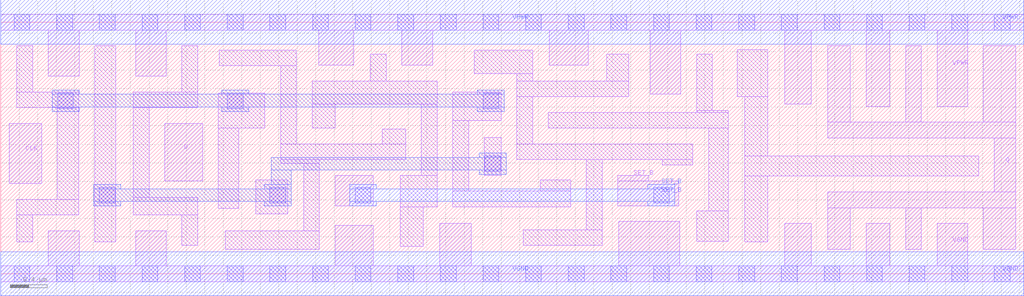
<source format=lef>
# Copyright 2020 The SkyWater PDK Authors
#
# Licensed under the Apache License, Version 2.0 (the "License");
# you may not use this file except in compliance with the License.
# You may obtain a copy of the License at
#
#     https://www.apache.org/licenses/LICENSE-2.0
#
# Unless required by applicable law or agreed to in writing, software
# distributed under the License is distributed on an "AS IS" BASIS,
# WITHOUT WARRANTIES OR CONDITIONS OF ANY KIND, either express or implied.
# See the License for the specific language governing permissions and
# limitations under the License.
#
# SPDX-License-Identifier: Apache-2.0

VERSION 5.7 ;
  NAMESCASESENSITIVE ON ;
  NOWIREEXTENSIONATPIN ON ;
  DIVIDERCHAR "/" ;
  BUSBITCHARS "[]" ;
UNITS
  DATABASE MICRONS 200 ;
END UNITS
MACRO sky130_fd_sc_hd__dfstp_4
  CLASS CORE ;
  SOURCE USER ;
  FOREIGN sky130_fd_sc_hd__dfstp_4 ;
  ORIGIN  0.000000  0.000000 ;
  SIZE  11.04000 BY  2.720000 ;
  SYMMETRY X Y R90 ;
  SITE unithd ;
  PIN D
    ANTENNAGATEAREA  0.222000 ;
    DIRECTION INPUT ;
    USE SIGNAL ;
    PORT
      LAYER li1 ;
        RECT 1.770000 1.005000 2.180000 1.625000 ;
    END
  END D
  PIN Q
    ANTENNADIFFAREA  1.320000 ;
    DIRECTION OUTPUT ;
    USE SIGNAL ;
    PORT
      LAYER li1 ;
        RECT  8.925000 0.265000  9.170000 0.715000 ;
        RECT  8.925000 0.715000 10.955000 0.885000 ;
        RECT  8.925000 1.470000 10.955000 1.640000 ;
        RECT  8.925000 1.640000  9.170000 2.465000 ;
        RECT  9.765000 0.265000  9.935000 0.715000 ;
        RECT  9.765000 1.640000  9.935000 2.465000 ;
        RECT 10.605000 0.265000 10.955000 0.715000 ;
        RECT 10.605000 1.640000 10.955000 2.465000 ;
        RECT 10.725000 0.885000 10.955000 1.470000 ;
    END
  END Q
  PIN SET_B
    ANTENNAGATEAREA  0.252000 ;
    DIRECTION INPUT ;
    USE SIGNAL ;
    PORT
      LAYER li1 ;
        RECT 3.610000 0.735000 4.020000 1.065000 ;
        RECT 6.660000 0.735000 7.320000 1.005000 ;
        RECT 6.660000 1.005000 6.990000 1.065000 ;
      LAYER mcon ;
        RECT 3.825000 0.765000 3.995000 0.935000 ;
        RECT 7.045000 0.765000 7.215000 0.935000 ;
      LAYER met1 ;
        RECT 3.765000 0.735000 4.055000 0.780000 ;
        RECT 3.765000 0.780000 7.275000 0.920000 ;
        RECT 3.765000 0.920000 4.055000 0.965000 ;
        RECT 6.985000 0.735000 7.275000 0.780000 ;
        RECT 6.985000 0.920000 7.275000 0.965000 ;
    END
  END SET_B
  PIN CLK
    ANTENNAGATEAREA  0.159000 ;
    DIRECTION INPUT ;
    USE CLOCK ;
    PORT
      LAYER li1 ;
        RECT 0.090000 0.975000 0.440000 1.625000 ;
    END
  END CLK
  PIN VGND
    DIRECTION INOUT ;
    SHAPE ABUTMENT ;
    USE GROUND ;
    PORT
      LAYER li1 ;
        RECT  0.000000 -0.085000 11.040000 0.085000 ;
        RECT  0.515000  0.085000  0.845000 0.465000 ;
        RECT  1.455000  0.085000  1.785000 0.465000 ;
        RECT  3.610000  0.085000  4.020000 0.525000 ;
        RECT  4.740000  0.085000  5.080000 0.545000 ;
        RECT  6.670000  0.085000  7.330000 0.565000 ;
        RECT  8.460000  0.085000  8.745000 0.545000 ;
        RECT  9.340000  0.085000  9.595000 0.545000 ;
        RECT 10.105000  0.085000 10.435000 0.545000 ;
      LAYER mcon ;
        RECT  0.145000 -0.085000  0.315000 0.085000 ;
        RECT  0.605000 -0.085000  0.775000 0.085000 ;
        RECT  1.065000 -0.085000  1.235000 0.085000 ;
        RECT  1.525000 -0.085000  1.695000 0.085000 ;
        RECT  1.985000 -0.085000  2.155000 0.085000 ;
        RECT  2.445000 -0.085000  2.615000 0.085000 ;
        RECT  2.905000 -0.085000  3.075000 0.085000 ;
        RECT  3.365000 -0.085000  3.535000 0.085000 ;
        RECT  3.825000 -0.085000  3.995000 0.085000 ;
        RECT  4.285000 -0.085000  4.455000 0.085000 ;
        RECT  4.745000 -0.085000  4.915000 0.085000 ;
        RECT  5.205000 -0.085000  5.375000 0.085000 ;
        RECT  5.665000 -0.085000  5.835000 0.085000 ;
        RECT  6.125000 -0.085000  6.295000 0.085000 ;
        RECT  6.585000 -0.085000  6.755000 0.085000 ;
        RECT  7.045000 -0.085000  7.215000 0.085000 ;
        RECT  7.505000 -0.085000  7.675000 0.085000 ;
        RECT  7.965000 -0.085000  8.135000 0.085000 ;
        RECT  8.425000 -0.085000  8.595000 0.085000 ;
        RECT  8.885000 -0.085000  9.055000 0.085000 ;
        RECT  9.345000 -0.085000  9.515000 0.085000 ;
        RECT  9.805000 -0.085000  9.975000 0.085000 ;
        RECT 10.265000 -0.085000 10.435000 0.085000 ;
        RECT 10.725000 -0.085000 10.895000 0.085000 ;
      LAYER met1 ;
        RECT 0.000000 -0.240000 11.040000 0.240000 ;
    END
  END VGND
  PIN VPWR
    DIRECTION INOUT ;
    SHAPE ABUTMENT ;
    USE POWER ;
    PORT
      LAYER li1 ;
        RECT  0.000000 2.635000 11.040000 2.805000 ;
        RECT  0.515000 2.135000  0.845000 2.635000 ;
        RECT  1.455000 2.135000  1.785000 2.635000 ;
        RECT  3.430000 2.255000  3.810000 2.635000 ;
        RECT  4.330000 2.255000  4.660000 2.635000 ;
        RECT  5.920000 2.255000  6.340000 2.635000 ;
        RECT  7.010000 1.945000  7.340000 2.635000 ;
        RECT  8.460000 1.835000  8.745000 2.635000 ;
        RECT  9.340000 1.810000  9.595000 2.635000 ;
        RECT 10.105000 1.810000 10.435000 2.635000 ;
      LAYER mcon ;
        RECT  0.145000 2.635000  0.315000 2.805000 ;
        RECT  0.605000 2.635000  0.775000 2.805000 ;
        RECT  1.065000 2.635000  1.235000 2.805000 ;
        RECT  1.525000 2.635000  1.695000 2.805000 ;
        RECT  1.985000 2.635000  2.155000 2.805000 ;
        RECT  2.445000 2.635000  2.615000 2.805000 ;
        RECT  2.905000 2.635000  3.075000 2.805000 ;
        RECT  3.365000 2.635000  3.535000 2.805000 ;
        RECT  3.825000 2.635000  3.995000 2.805000 ;
        RECT  4.285000 2.635000  4.455000 2.805000 ;
        RECT  4.745000 2.635000  4.915000 2.805000 ;
        RECT  5.205000 2.635000  5.375000 2.805000 ;
        RECT  5.665000 2.635000  5.835000 2.805000 ;
        RECT  6.125000 2.635000  6.295000 2.805000 ;
        RECT  6.585000 2.635000  6.755000 2.805000 ;
        RECT  7.045000 2.635000  7.215000 2.805000 ;
        RECT  7.505000 2.635000  7.675000 2.805000 ;
        RECT  7.965000 2.635000  8.135000 2.805000 ;
        RECT  8.425000 2.635000  8.595000 2.805000 ;
        RECT  8.885000 2.635000  9.055000 2.805000 ;
        RECT  9.345000 2.635000  9.515000 2.805000 ;
        RECT  9.805000 2.635000  9.975000 2.805000 ;
        RECT 10.265000 2.635000 10.435000 2.805000 ;
        RECT 10.725000 2.635000 10.895000 2.805000 ;
      LAYER met1 ;
        RECT 0.000000 2.480000 11.040000 2.960000 ;
    END
  END VPWR
  OBS
    LAYER li1 ;
      RECT 0.175000 0.345000  0.345000 0.635000 ;
      RECT 0.175000 0.635000  0.840000 0.805000 ;
      RECT 0.175000 1.795000  0.840000 1.965000 ;
      RECT 0.175000 1.965000  0.345000 2.465000 ;
      RECT 0.610000 0.805000  0.840000 1.795000 ;
      RECT 1.015000 0.345000  1.240000 2.465000 ;
      RECT 1.430000 0.635000  2.125000 0.825000 ;
      RECT 1.430000 0.825000  1.600000 1.795000 ;
      RECT 1.430000 1.795000  2.125000 1.965000 ;
      RECT 1.955000 0.305000  2.125000 0.635000 ;
      RECT 1.955000 1.965000  2.125000 2.465000 ;
      RECT 2.350000 0.705000  2.570000 1.575000 ;
      RECT 2.350000 1.575000  2.850000 1.955000 ;
      RECT 2.360000 2.250000  3.190000 2.420000 ;
      RECT 2.425000 0.265000  3.440000 0.465000 ;
      RECT 2.750000 0.645000  3.100000 1.015000 ;
      RECT 3.020000 1.195000  3.440000 1.235000 ;
      RECT 3.020000 1.235000  4.370000 1.405000 ;
      RECT 3.020000 1.405000  3.190000 2.250000 ;
      RECT 3.270000 0.465000  3.440000 1.195000 ;
      RECT 3.360000 1.575000  3.610000 1.835000 ;
      RECT 3.360000 1.835000  4.710000 2.085000 ;
      RECT 3.990000 2.085000  4.160000 2.375000 ;
      RECT 4.120000 1.405000  4.370000 1.565000 ;
      RECT 4.310000 0.295000  4.560000 0.725000 ;
      RECT 4.310000 0.725000  4.710000 1.065000 ;
      RECT 4.540000 1.065000  4.710000 1.835000 ;
      RECT 4.880000 0.725000  6.150000 0.895000 ;
      RECT 4.880000 0.895000  5.050000 1.655000 ;
      RECT 4.880000 1.655000  5.400000 1.965000 ;
      RECT 5.110000 2.165000  5.740000 2.415000 ;
      RECT 5.220000 1.065000  5.400000 1.475000 ;
      RECT 5.570000 1.235000  7.470000 1.405000 ;
      RECT 5.570000 1.405000  5.740000 1.915000 ;
      RECT 5.570000 1.915000  6.780000 2.085000 ;
      RECT 5.570000 2.085000  5.740000 2.165000 ;
      RECT 5.640000 0.305000  6.490000 0.475000 ;
      RECT 5.820000 0.895000  6.150000 1.015000 ;
      RECT 5.910000 1.575000  7.850000 1.745000 ;
      RECT 6.320000 0.475000  6.490000 1.235000 ;
      RECT 6.540000 2.085000  6.780000 2.375000 ;
      RECT 7.140000 1.175000  7.470000 1.235000 ;
      RECT 7.510000 0.350000  7.850000 0.680000 ;
      RECT 7.510000 1.745000  7.850000 1.765000 ;
      RECT 7.510000 1.765000  7.680000 2.375000 ;
      RECT 7.640000 0.680000  7.850000 1.575000 ;
      RECT 7.950000 1.915000  8.280000 2.425000 ;
      RECT 8.030000 0.345000  8.280000 1.055000 ;
      RECT 8.030000 1.055000 10.555000 1.275000 ;
      RECT 8.030000 1.275000  8.280000 1.915000 ;
    LAYER mcon ;
      RECT 0.615000 1.785000 0.785000 1.955000 ;
      RECT 1.065000 0.765000 1.235000 0.935000 ;
      RECT 2.445000 1.785000 2.615000 1.955000 ;
      RECT 2.905000 0.765000 3.075000 0.935000 ;
      RECT 5.205000 1.785000 5.375000 1.955000 ;
      RECT 5.225000 1.105000 5.395000 1.275000 ;
    LAYER met1 ;
      RECT 0.555000 1.755000 0.845000 1.800000 ;
      RECT 0.555000 1.800000 5.435000 1.940000 ;
      RECT 0.555000 1.940000 0.845000 1.985000 ;
      RECT 1.005000 0.735000 1.295000 0.780000 ;
      RECT 1.005000 0.780000 3.135000 0.920000 ;
      RECT 1.005000 0.920000 1.295000 0.965000 ;
      RECT 2.385000 1.755000 2.675000 1.800000 ;
      RECT 2.385000 1.940000 2.675000 1.985000 ;
      RECT 2.845000 0.735000 3.135000 0.780000 ;
      RECT 2.845000 0.920000 3.135000 0.965000 ;
      RECT 2.920000 0.965000 3.135000 1.120000 ;
      RECT 2.920000 1.120000 5.455000 1.260000 ;
      RECT 5.145000 1.755000 5.435000 1.800000 ;
      RECT 5.145000 1.940000 5.435000 1.985000 ;
      RECT 5.165000 1.075000 5.455000 1.120000 ;
      RECT 5.165000 1.260000 5.455000 1.305000 ;
  END
END sky130_fd_sc_hd__dfstp_4
END LIBRARY

</source>
